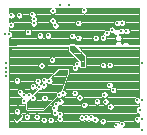
<source format=gbr>
G04 DipTrace 3.3.1.0*
G04 Power-L3.gbr*
%MOMM*%
G04 #@! TF.FileFunction,Copper,L3,Inr*
G04 #@! TF.Part,Single*
G04 #@! TA.AperFunction,Conductor*
%ADD12C,0.0762*%
%ADD13C,0.153*%
%ADD14C,0.3*%
G04 #@! TA.AperFunction,CopperBalancing*
%ADD16C,0.1*%
G04 #@! TA.AperFunction,Conductor*
%ADD17C,0.15*%
G04 #@! TA.AperFunction,ViaPad*
%ADD66C,0.306*%
%FSLAX35Y35*%
G04*
G71*
G90*
G75*
G01*
G04 Inner2*
%LPD*%
X603710Y748663D2*
D17*
X605023Y749977D1*
X413660Y243330D2*
D13*
X424427Y232563D1*
X140000Y140000D2*
D12*
X145000D1*
Y145000D1*
D14*
X165000Y165000D1*
D66*
X711757Y263457D3*
X611000Y844000D3*
X276087Y418913D3*
X235210Y879363D3*
X160000Y1020853D3*
X167953Y370000D3*
X160000Y1020853D3*
X1180000Y221267D3*
X272430Y1029283D3*
X509473Y291960D3*
X944610Y899110D3*
X984263Y89297D3*
X868120Y124183D3*
X804967Y138330D3*
X768527Y155850D3*
X689643Y154980D3*
X728773Y155853D3*
X330620Y414283D3*
X444087Y974937D3*
Y1061433D3*
X284000Y992000D3*
X94917Y1020823D3*
X92337Y940177D3*
X199983Y296187D3*
X367640Y427360D3*
X660050Y955727D3*
X708000Y1064000D3*
X140907Y469397D3*
X197837Y342837D3*
X1028000Y100000D3*
X140993Y208007D3*
X368000Y136000D3*
X426497Y135290D3*
X503887Y146703D3*
X474857Y270850D3*
X991500Y956770D3*
X1026540Y887000D3*
X275690Y320690D3*
X1030723Y957223D3*
X1067580Y886673D3*
X533633Y361273D3*
X496377Y348623D3*
X414940Y463483D3*
X374380Y470620D3*
X316717Y464673D3*
X243603Y343150D3*
X439113Y644403D3*
X466827Y934597D3*
X309133Y161363D3*
X459340Y235660D3*
X925000Y430620D3*
X462007Y197333D3*
X956000Y388000D3*
X505300Y186047D3*
X932000Y248000D3*
X284000Y952000D3*
X603710Y748663D3*
X413660Y243330D3*
X226927Y162927D3*
X383807Y691417D3*
X43017Y859883D3*
X75017D3*
X92507Y736000D3*
X92607Y701477D3*
X90000Y815000D3*
X100000Y785000D3*
X44927Y619730D3*
X150000Y250000D3*
X140000Y140000D3*
X165000Y165000D3*
X487617Y92383D3*
X400000Y595000D3*
Y545000D3*
X45000Y540000D3*
X198047Y398690D3*
X835000Y1045000D3*
X130000Y1070000D3*
X835000Y1005000D3*
X550197Y398883D3*
X95000Y360000D3*
X197947Y492577D3*
X95000Y540000D3*
X350000Y595000D3*
X447473Y497527D3*
X546300Y548837D3*
X249640Y248610D3*
X375243Y319800D3*
X45000Y575000D3*
Y505000D3*
X198003Y547657D3*
X900000Y870000D3*
X870000Y830000D3*
X890000Y290000D3*
X820467Y292110D3*
X809183Y828687D3*
X927847Y600390D3*
X870953Y599147D3*
X881137Y350073D3*
X653350Y608123D3*
X671550Y324427D3*
X630170Y362523D3*
X632153Y577193D3*
X661680Y829730D3*
X585000Y1110000D3*
X505000D3*
X697017Y602090D3*
X403003Y850353D3*
X1200000Y620000D3*
X335140Y850250D3*
X1200000Y300000D3*
X1160000D3*
Y140000D3*
X1200000D3*
Y50000D3*
X76010Y1075333D2*
D16*
X418403D1*
X469760D2*
X681040D1*
X734957D2*
X1173990D1*
X76010Y1065667D2*
X415083D1*
X473080D2*
X678737D1*
X737280D2*
X1173990D1*
X76010Y1056000D2*
X262037D1*
X282827D2*
X415300D1*
X472883D2*
X679830D1*
X736167D2*
X1173990D1*
X76010Y1046333D2*
X81600D1*
X108217D2*
X146647D1*
X173353D2*
X248813D1*
X296050D2*
X419127D1*
X469037D2*
X684870D1*
X731127D2*
X1173990D1*
X119390Y1036667D2*
X135513D1*
X184487D2*
X244087D1*
X300777D2*
X429360D1*
X458823D2*
X699597D1*
X716420D2*
X1173990D1*
X123550Y1027000D2*
X131353D1*
X188647D2*
X243210D1*
X301653D2*
X1173990D1*
X124017Y1017333D2*
X130903D1*
X189097D2*
X245747D1*
X299097D2*
X1173990D1*
X120990Y1007667D2*
X133930D1*
X186070D2*
X253130D1*
X308587D2*
X1173990D1*
X112690Y998000D2*
X142270D1*
X177730D2*
X255320D1*
X312670D2*
X426647D1*
X461517D2*
X1173990D1*
X76010Y988333D2*
X254927D1*
X313080D2*
X418130D1*
X470033D2*
X1173990D1*
X76010Y978667D2*
X258013D1*
X309993D2*
X415007D1*
X473157D2*
X642447D1*
X677650D2*
X972543D1*
X1050230D2*
X1173990D1*
X76010Y969000D2*
X260357D1*
X307650D2*
X415397D1*
X472787D2*
X634030D1*
X686070D2*
X964947D1*
X1057473D2*
X1173990D1*
X114193Y959333D2*
X255650D1*
X312357D2*
X419460D1*
X481617D2*
X630963D1*
X689133D2*
X962290D1*
X1059957D2*
X1173990D1*
X120013Y949667D2*
X254770D1*
X313217D2*
X430300D1*
X491810D2*
X631393D1*
X688707D2*
X963093D1*
X1059017D2*
X1173990D1*
X121653Y940000D2*
X257350D1*
X310657D2*
X438033D1*
X495620D2*
X635493D1*
X684603D2*
X967680D1*
X1054213D2*
X1173990D1*
X119897Y930333D2*
X264770D1*
X303237D2*
X437837D1*
X495813D2*
X646510D1*
X673587D2*
X980337D1*
X1002650D2*
X1020847D1*
X1040600D2*
X1173990D1*
X113860Y920667D2*
X441177D1*
X492473D2*
X925240D1*
X963980D2*
X1173990D1*
X76010Y911000D2*
X450163D1*
X483490D2*
X917917D1*
X971323D2*
X1010513D1*
X1042573D2*
X1052077D1*
X1083080D2*
X1173990D1*
X76010Y901333D2*
X216333D1*
X254077D2*
X915377D1*
X1092807D2*
X1173990D1*
X76010Y891667D2*
X208697D1*
X261713D2*
X880767D1*
X1096460D2*
X1173990D1*
X93707Y882000D2*
X206020D1*
X264407D2*
X873347D1*
X1096517D2*
X1173990D1*
X101460Y872333D2*
X206783D1*
X263647D2*
X316413D1*
X353860D2*
X384147D1*
X421870D2*
X870767D1*
X929233D2*
X934380D1*
X1093003D2*
X1173990D1*
X104193Y862667D2*
X211333D1*
X259077D2*
X308677D1*
X361597D2*
X376510D1*
X429507D2*
X588697D1*
X633293D2*
X871647D1*
X928353D2*
X961607D1*
X1042027D2*
X1051550D1*
X1083607D2*
X1173990D1*
X103490Y853000D2*
X223873D1*
X246557D2*
X305963D1*
X364330D2*
X373813D1*
X432200D2*
X583150D1*
X638860D2*
X644537D1*
X678823D2*
X793657D1*
X824700D2*
X852487D1*
X923647D2*
X975457D1*
X1017513D2*
X1173990D1*
X98997Y843333D2*
X306687D1*
X363607D2*
X374577D1*
X431440D2*
X581687D1*
X687513D2*
X783950D1*
X834427D2*
X844010D1*
X910540D2*
X974010D1*
X1025990D2*
X1173990D1*
X86733Y833667D2*
X311177D1*
X359097D2*
X379127D1*
X426890D2*
X583640D1*
X690717D2*
X780300D1*
X899077D2*
X970923D1*
X1029077D2*
X1173990D1*
X76010Y824000D2*
X323520D1*
X346770D2*
X391627D1*
X414370D2*
X589947D1*
X690423D2*
X780260D1*
X898687D2*
X971313D1*
X1028687D2*
X1173990D1*
X76010Y814333D2*
X636920D1*
X686440D2*
X783777D1*
X834603D2*
X845417D1*
X894583D2*
X975417D1*
X1024583D2*
X1173990D1*
X76010Y804667D2*
X647487D1*
X675873D2*
X793190D1*
X825190D2*
X856333D1*
X883667D2*
X986333D1*
X1013667D2*
X1173990D1*
X76010Y795000D2*
X978950D1*
X1021050D2*
X1045690D1*
X1074310D2*
X1173990D1*
X76010Y785333D2*
X972623D1*
X1027377D2*
X1035180D1*
X1084820D2*
X1173990D1*
X76010Y775667D2*
X572270D1*
X638743D2*
X970690D1*
X1088743D2*
X1173990D1*
X103250Y857660D2*
X102553Y853273D1*
X101180Y849047D1*
X99163Y845087D1*
X96550Y841490D1*
X93410Y838350D1*
X89813Y835737D1*
X85853Y833720D1*
X81627Y832347D1*
X77240Y831650D1*
X75007Y831563D1*
X75000Y770020D1*
X128810Y770000D1*
X138453Y774757D1*
X140000Y775000D1*
X572987D1*
X573900Y776803D1*
X575793Y779207D1*
X578197Y781100D1*
X580977Y782383D1*
X583980Y782980D1*
X625000Y783020D1*
X628040Y782660D1*
X630910Y781600D1*
X633457Y779900D1*
X638420Y774993D1*
X971700Y775000D1*
X972030Y779430D1*
X973067Y783750D1*
X974767Y787857D1*
X977090Y791647D1*
X979973Y795027D1*
X983353Y797910D1*
X987143Y800233D1*
X991250Y801933D1*
X993247Y802497D1*
X989163Y803837D1*
X985203Y805853D1*
X981607Y808467D1*
X978467Y811607D1*
X975853Y815203D1*
X973837Y819163D1*
X972463Y823390D1*
X971767Y827777D1*
Y832223D1*
X972463Y836610D1*
X973837Y840837D1*
X975853Y844797D1*
X978467Y848393D1*
X981607Y851533D1*
X981997Y851840D1*
X978390Y852463D1*
X974163Y853837D1*
X970203Y855853D1*
X966607Y858467D1*
X963467Y861607D1*
X960853Y865203D1*
X958837Y869163D1*
X957463Y873390D1*
X957377Y873823D1*
X953360Y872177D1*
X949040Y871140D1*
X944610Y870790D1*
X940180Y871140D1*
X935860Y872177D1*
X931753Y873877D1*
X927963Y876200D1*
X927560Y876517D1*
X928233Y872223D1*
Y867777D1*
X927537Y863390D1*
X926163Y859163D1*
X924147Y855203D1*
X921533Y851607D1*
X918393Y848467D1*
X914797Y845853D1*
X910837Y843837D1*
X906610Y842463D1*
X902223Y841767D1*
X897777D1*
X895647Y842020D1*
X896933Y838750D1*
X897970Y834430D1*
X898320Y830000D1*
X897970Y825570D1*
X896933Y821250D1*
X895233Y817143D1*
X892910Y813353D1*
X890027Y809973D1*
X886647Y807090D1*
X882857Y804767D1*
X878750Y803067D1*
X874430Y802030D1*
X870000Y801680D1*
X865570Y802030D1*
X861250Y803067D1*
X857143Y804767D1*
X853353Y807090D1*
X849973Y809973D1*
X847090Y813353D1*
X844767Y817143D1*
X843067Y821250D1*
X842030Y825570D1*
X841680Y830000D1*
X842030Y834430D1*
X843067Y838750D1*
X844767Y842857D1*
X847090Y846647D1*
X849973Y850027D1*
X853353Y852910D1*
X857143Y855233D1*
X861250Y856933D1*
X865570Y857970D1*
X870000Y858320D1*
X874353Y857980D1*
X873067Y861250D1*
X872030Y865570D1*
X871680Y870000D1*
X872030Y874430D1*
X873067Y878750D1*
X874767Y882857D1*
X877090Y886647D1*
X879973Y890027D1*
X883353Y892910D1*
X887143Y895233D1*
X891250Y896933D1*
X895570Y897970D1*
X900000Y898320D1*
X904430Y897970D1*
X908750Y896933D1*
X912857Y895233D1*
X916647Y892910D1*
X917050Y892593D1*
X916377Y896887D1*
Y901333D1*
X917073Y905720D1*
X918447Y909947D1*
X920463Y913907D1*
X923077Y917503D1*
X926217Y920643D1*
X929813Y923257D1*
X933773Y925273D1*
X938000Y926647D1*
X942387Y927343D1*
X946833D1*
X951220Y926647D1*
X955447Y925273D1*
X959407Y923257D1*
X963003Y920643D1*
X966143Y917503D1*
X968757Y913907D1*
X970773Y909947D1*
X972147Y905720D1*
X972233Y905287D1*
X976250Y906933D1*
X980570Y907970D1*
X985000Y908320D1*
X989430Y907970D1*
X993750Y906933D1*
X997857Y905233D1*
X1001647Y902910D1*
X1002607Y902153D1*
X1005007Y905393D1*
X1008147Y908533D1*
X1011743Y911147D1*
X1015703Y913163D1*
X1019930Y914537D1*
X1024317Y915233D1*
X1028763D1*
X1033150Y914537D1*
X1037377Y913163D1*
X1041337Y911147D1*
X1044933Y908533D1*
X1047197Y906343D1*
X1050933Y909583D1*
X1054723Y911907D1*
X1058830Y913607D1*
X1063150Y914643D1*
X1067580Y914993D1*
X1072010Y914643D1*
X1076330Y913607D1*
X1080437Y911907D1*
X1084227Y909583D1*
X1087607Y906700D1*
X1090490Y903320D1*
X1092813Y899530D1*
X1094513Y895423D1*
X1095550Y891103D1*
X1095900Y886673D1*
X1095550Y882243D1*
X1094513Y877923D1*
X1092813Y873817D1*
X1090490Y870027D1*
X1087607Y866647D1*
X1084227Y863763D1*
X1080437Y861440D1*
X1076330Y859740D1*
X1072010Y858703D1*
X1067580Y858353D1*
X1063150Y858703D1*
X1058830Y859740D1*
X1054723Y861440D1*
X1050933Y863763D1*
X1047553Y866647D1*
X1046923Y867330D1*
X1043187Y864090D1*
X1039397Y861767D1*
X1035290Y860067D1*
X1030970Y859030D1*
X1026540Y858680D1*
X1022110Y859030D1*
X1017790Y860067D1*
X1013683Y861767D1*
X1009893Y864090D1*
X1008933Y864847D1*
X1006533Y861607D1*
X1003393Y858467D1*
X1003003Y858160D1*
X1006610Y857537D1*
X1010837Y856163D1*
X1014797Y854147D1*
X1018393Y851533D1*
X1021533Y848393D1*
X1024147Y844797D1*
X1026163Y840837D1*
X1027537Y836610D1*
X1028233Y832223D1*
Y827777D1*
X1027537Y823390D1*
X1026163Y819163D1*
X1024147Y815203D1*
X1021533Y811607D1*
X1018393Y808467D1*
X1014797Y805853D1*
X1010837Y803837D1*
X1006753Y802503D1*
X1010837Y801163D1*
X1014797Y799147D1*
X1018393Y796533D1*
X1021533Y793393D1*
X1024147Y789797D1*
X1026163Y785837D1*
X1027537Y781610D1*
X1028233Y777223D1*
X1028320Y775010D1*
X1032130Y775000D1*
X1033067Y778750D1*
X1034767Y782857D1*
X1037090Y786647D1*
X1039973Y790027D1*
X1043353Y792910D1*
X1047143Y795233D1*
X1051250Y796933D1*
X1055570Y797970D1*
X1060000Y798320D1*
X1064430Y797970D1*
X1068750Y796933D1*
X1072857Y795233D1*
X1076647Y792910D1*
X1080027Y790027D1*
X1082910Y786647D1*
X1085233Y782857D1*
X1086933Y778750D1*
X1087857Y775000D1*
X1174980D1*
X1175000Y1084980D1*
X727013Y1085000D1*
X729533Y1082393D1*
X732147Y1078797D1*
X734163Y1074837D1*
X735537Y1070610D1*
X736233Y1066223D1*
Y1061777D1*
X735537Y1057390D1*
X734163Y1053163D1*
X732147Y1049203D1*
X729533Y1045607D1*
X726393Y1042467D1*
X722797Y1039853D1*
X718837Y1037837D1*
X714610Y1036463D1*
X710223Y1035767D1*
X705777D1*
X701390Y1036463D1*
X697163Y1037837D1*
X693203Y1039853D1*
X689607Y1042467D1*
X686467Y1045607D1*
X683853Y1049203D1*
X681837Y1053163D1*
X680463Y1057390D1*
X679767Y1061777D1*
Y1066223D1*
X680463Y1070610D1*
X681837Y1074837D1*
X683853Y1078797D1*
X686467Y1082393D1*
X689027Y1084997D1*
X598300Y1085000D1*
X595837Y1083837D1*
X591610Y1082463D1*
X587223Y1081767D1*
X582777D1*
X578390Y1082463D1*
X574163Y1083837D1*
X571727Y1085000D1*
X518300D1*
X515837Y1083837D1*
X511610Y1082463D1*
X507223Y1081767D1*
X502777D1*
X498390Y1082463D1*
X494163Y1083837D1*
X491727Y1085000D1*
X459787D1*
X462480Y1082967D1*
X465620Y1079827D1*
X468233Y1076230D1*
X470250Y1072270D1*
X471623Y1068043D1*
X472320Y1063657D1*
Y1059210D1*
X471623Y1054823D1*
X470250Y1050597D1*
X468233Y1046637D1*
X465620Y1043040D1*
X462480Y1039900D1*
X458883Y1037287D1*
X454923Y1035270D1*
X450697Y1033897D1*
X446310Y1033200D1*
X441863D1*
X437477Y1033897D1*
X433250Y1035270D1*
X429290Y1037287D1*
X425693Y1039900D1*
X422553Y1043040D1*
X419940Y1046637D1*
X417923Y1050597D1*
X416550Y1054823D1*
X415853Y1059210D1*
Y1063657D1*
X416550Y1068043D1*
X417923Y1072270D1*
X419940Y1076230D1*
X422553Y1079827D1*
X425693Y1082967D1*
X428417Y1084997D1*
X75020Y1085000D1*
X75000Y1040957D1*
X78270Y1043733D1*
X82060Y1046057D1*
X86167Y1047757D1*
X90487Y1048793D1*
X94917Y1049143D1*
X99347Y1048793D1*
X103667Y1047757D1*
X107773Y1046057D1*
X111563Y1043733D1*
X114943Y1040850D1*
X117827Y1037470D1*
X120150Y1033680D1*
X121850Y1029573D1*
X122887Y1025253D1*
X123237Y1020823D1*
X122887Y1016393D1*
X121850Y1012073D1*
X120150Y1007967D1*
X117827Y1004177D1*
X114943Y1000797D1*
X111563Y997913D1*
X107773Y995590D1*
X103667Y993890D1*
X99347Y992853D1*
X94917Y992503D1*
X90487Y992853D1*
X86167Y993890D1*
X82060Y995590D1*
X78270Y997913D1*
X75000Y1000697D1*
Y962560D1*
X77540Y964323D1*
X81500Y966340D1*
X85727Y967713D1*
X90113Y968410D1*
X94560D1*
X98947Y967713D1*
X103173Y966340D1*
X107133Y964323D1*
X110730Y961710D1*
X113870Y958570D1*
X116483Y954973D1*
X118500Y951013D1*
X119873Y946787D1*
X120570Y942400D1*
Y937953D1*
X119873Y933567D1*
X118500Y929340D1*
X116483Y925380D1*
X113870Y921783D1*
X110730Y918643D1*
X107133Y916030D1*
X103173Y914013D1*
X98947Y912640D1*
X94560Y911943D1*
X90113D1*
X85727Y912640D1*
X81500Y914013D1*
X77540Y916030D1*
X75000Y917810D1*
X75017Y888203D1*
X79447Y887853D1*
X83767Y886817D1*
X87873Y885117D1*
X91663Y882793D1*
X95043Y879910D1*
X97927Y876530D1*
X100250Y872740D1*
X101950Y868633D1*
X102987Y864313D1*
X103337Y859883D1*
X103250Y857660D1*
X837417Y826463D2*
X836720Y822077D1*
X835347Y817850D1*
X833330Y813890D1*
X830717Y810293D1*
X827577Y807153D1*
X823980Y804540D1*
X820020Y802523D1*
X815793Y801150D1*
X811407Y800453D1*
X806960D1*
X802573Y801150D1*
X798347Y802523D1*
X794387Y804540D1*
X790790Y807153D1*
X787650Y810293D1*
X785037Y813890D1*
X783020Y817850D1*
X781647Y822077D1*
X780950Y826463D1*
Y830910D1*
X781647Y835297D1*
X783020Y839523D1*
X785037Y843483D1*
X787650Y847080D1*
X790790Y850220D1*
X794387Y852833D1*
X798347Y854850D1*
X802573Y856223D1*
X806960Y856920D1*
X811407D1*
X815793Y856223D1*
X820020Y854850D1*
X823980Y852833D1*
X827577Y850220D1*
X830717Y847080D1*
X833330Y843483D1*
X835347Y839523D1*
X836720Y835297D1*
X837417Y830910D1*
Y826463D1*
X689913Y827507D2*
X689217Y823120D1*
X687843Y818893D1*
X685827Y814933D1*
X683213Y811337D1*
X680073Y808197D1*
X676477Y805583D1*
X672517Y803567D1*
X668290Y802193D1*
X663903Y801497D1*
X659457D1*
X655070Y802193D1*
X650843Y803567D1*
X646883Y805583D1*
X643287Y808197D1*
X640147Y811337D1*
X637533Y814933D1*
X635517Y818893D1*
X634143Y823120D1*
X633527Y826843D1*
X631027Y823973D1*
X627647Y821090D1*
X623857Y818767D1*
X619750Y817067D1*
X615430Y816030D1*
X611000Y815680D1*
X606570Y816030D1*
X602250Y817067D1*
X598143Y818767D1*
X594353Y821090D1*
X590973Y823973D1*
X588090Y827353D1*
X585767Y831143D1*
X584067Y835250D1*
X583030Y839570D1*
X582680Y844000D1*
X583030Y848430D1*
X584067Y852750D1*
X585767Y856857D1*
X588090Y860647D1*
X590973Y864027D1*
X594353Y866910D1*
X598143Y869233D1*
X602250Y870933D1*
X606570Y871970D1*
X611000Y872320D1*
X615430Y871970D1*
X619750Y870933D1*
X623857Y869233D1*
X627647Y866910D1*
X631027Y864027D1*
X633910Y860647D1*
X636233Y856857D1*
X637933Y852750D1*
X638970Y848430D1*
X639153Y846887D1*
X641653Y849757D1*
X645033Y852640D1*
X648823Y854963D1*
X652930Y856663D1*
X657250Y857700D1*
X661680Y858050D1*
X666110Y857700D1*
X670430Y856663D1*
X674537Y854963D1*
X678327Y852640D1*
X681707Y849757D1*
X684590Y846377D1*
X686913Y842587D1*
X688613Y838480D1*
X689650Y834160D1*
X690000Y829730D1*
X689913Y827507D1*
X431237Y848130D2*
X430540Y843743D1*
X429167Y839517D1*
X427150Y835557D1*
X424537Y831960D1*
X421397Y828820D1*
X417800Y826207D1*
X413840Y824190D1*
X409613Y822817D1*
X405227Y822120D1*
X400780D1*
X396393Y822817D1*
X392167Y824190D1*
X388207Y826207D1*
X384610Y828820D1*
X381470Y831960D1*
X378857Y835557D1*
X376840Y839517D1*
X375467Y843743D1*
X374770Y848130D1*
Y852577D1*
X375467Y856963D1*
X376840Y861190D1*
X378857Y865150D1*
X381470Y868747D1*
X384610Y871887D1*
X388207Y874500D1*
X392167Y876517D1*
X396393Y877890D1*
X400780Y878587D1*
X405227D1*
X409613Y877890D1*
X413840Y876517D1*
X417800Y874500D1*
X421397Y871887D1*
X424537Y868747D1*
X427150Y865150D1*
X429167Y861190D1*
X430540Y856963D1*
X431237Y852577D1*
Y848130D1*
X363373Y848027D2*
X362677Y843640D1*
X361303Y839413D1*
X359287Y835453D1*
X356673Y831857D1*
X353533Y828717D1*
X349937Y826103D1*
X345977Y824087D1*
X341750Y822713D1*
X337363Y822017D1*
X332917D1*
X328530Y822713D1*
X324303Y824087D1*
X320343Y826103D1*
X316747Y828717D1*
X313607Y831857D1*
X310993Y835453D1*
X308977Y839413D1*
X307603Y843640D1*
X306907Y848027D1*
Y852473D1*
X307603Y856860D1*
X308977Y861087D1*
X310993Y865047D1*
X313607Y868643D1*
X316747Y871783D1*
X320343Y874397D1*
X324303Y876413D1*
X328530Y877787D1*
X332917Y878483D1*
X337363D1*
X341750Y877787D1*
X345977Y876413D1*
X349937Y874397D1*
X353533Y871783D1*
X356673Y868643D1*
X359287Y865047D1*
X361303Y861087D1*
X362677Y856860D1*
X363373Y852473D1*
Y848027D1*
X263443Y877140D2*
X262747Y872753D1*
X261373Y868527D1*
X259357Y864567D1*
X256743Y860970D1*
X253603Y857830D1*
X250007Y855217D1*
X246047Y853200D1*
X241820Y851827D1*
X237433Y851130D1*
X232987D1*
X228600Y851827D1*
X224373Y853200D1*
X220413Y855217D1*
X216817Y857830D1*
X213677Y860970D1*
X211063Y864567D1*
X209047Y868527D1*
X207673Y872753D1*
X206977Y877140D1*
Y881587D1*
X207673Y885973D1*
X209047Y890200D1*
X211063Y894160D1*
X213677Y897757D1*
X216817Y900897D1*
X220413Y903510D1*
X224373Y905527D1*
X228600Y906900D1*
X232987Y907597D1*
X237433D1*
X241820Y906900D1*
X246047Y905527D1*
X250007Y903510D1*
X253603Y900897D1*
X256743Y897757D1*
X259357Y894160D1*
X261373Y890200D1*
X262747Y885973D1*
X263443Y881587D1*
Y877140D1*
X188233Y1018630D2*
X187537Y1014243D1*
X186163Y1010017D1*
X184147Y1006057D1*
X181533Y1002460D1*
X178393Y999320D1*
X174797Y996707D1*
X170837Y994690D1*
X166610Y993317D1*
X162223Y992620D1*
X157777D1*
X153390Y993317D1*
X149163Y994690D1*
X145203Y996707D1*
X141607Y999320D1*
X138467Y1002460D1*
X135853Y1006057D1*
X133837Y1010017D1*
X132463Y1014243D1*
X131767Y1018630D1*
Y1023077D1*
X132463Y1027463D1*
X133837Y1031690D1*
X135853Y1035650D1*
X138467Y1039247D1*
X141607Y1042387D1*
X145203Y1045000D1*
X149163Y1047017D1*
X153390Y1048390D1*
X157777Y1049087D1*
X162223D1*
X166610Y1048390D1*
X170837Y1047017D1*
X174797Y1045000D1*
X178393Y1042387D1*
X181533Y1039247D1*
X184147Y1035650D1*
X186163Y1031690D1*
X187537Y1027463D1*
X188233Y1023077D1*
Y1018630D1*
X187537Y1014243D1*
X186163Y1010017D1*
X184147Y1006057D1*
X181533Y1002460D1*
X178393Y999320D1*
X174797Y996707D1*
X170837Y994690D1*
X166610Y993317D1*
X162223Y992620D1*
X157777D1*
X153390Y993317D1*
X149163Y994690D1*
X145203Y996707D1*
X141607Y999320D1*
X138467Y1002460D1*
X135853Y1006057D1*
X133837Y1010017D1*
X132463Y1014243D1*
X131767Y1018630D1*
Y1023077D1*
X132463Y1027463D1*
X133837Y1031690D1*
X135853Y1035650D1*
X138467Y1039247D1*
X141607Y1042387D1*
X145203Y1045000D1*
X149163Y1047017D1*
X153390Y1048390D1*
X157777Y1049087D1*
X162223D1*
X166610Y1048390D1*
X170837Y1047017D1*
X174797Y1045000D1*
X178393Y1042387D1*
X181533Y1039247D1*
X184147Y1035650D1*
X186163Y1031690D1*
X187537Y1027463D1*
X188233Y1023077D1*
Y1018630D1*
X300663Y1027060D2*
X299967Y1022673D1*
X298593Y1018447D1*
X297807Y1016733D1*
X300647Y1014910D1*
X304027Y1012027D1*
X306910Y1008647D1*
X309233Y1004857D1*
X310933Y1000750D1*
X311970Y996430D1*
X312320Y992000D1*
X311970Y987570D1*
X310933Y983250D1*
X309233Y979143D1*
X306910Y975353D1*
X304053Y972007D1*
X306910Y968647D1*
X309233Y964857D1*
X310933Y960750D1*
X311970Y956430D1*
X312320Y952000D1*
X311970Y947570D1*
X310933Y943250D1*
X309233Y939143D1*
X306910Y935353D1*
X304027Y931973D1*
X300647Y929090D1*
X296857Y926767D1*
X292750Y925067D1*
X288430Y924030D1*
X284000Y923680D1*
X279570Y924030D1*
X275250Y925067D1*
X271143Y926767D1*
X267353Y929090D1*
X263973Y931973D1*
X261090Y935353D1*
X258767Y939143D1*
X257067Y943250D1*
X256030Y947570D1*
X255680Y952000D1*
X256030Y956430D1*
X257067Y960750D1*
X258767Y964857D1*
X261090Y968647D1*
X263947Y971993D1*
X261090Y975353D1*
X258767Y979143D1*
X257067Y983250D1*
X256030Y987570D1*
X255680Y992000D1*
X256030Y996430D1*
X257067Y1000750D1*
X258623Y1004550D1*
X255783Y1006373D1*
X252403Y1009257D1*
X249520Y1012637D1*
X247197Y1016427D1*
X245497Y1020533D1*
X244460Y1024853D1*
X244110Y1029283D1*
X244460Y1033713D1*
X245497Y1038033D1*
X247197Y1042140D1*
X249520Y1045930D1*
X252403Y1049310D1*
X255783Y1052193D1*
X259573Y1054517D1*
X263680Y1056217D1*
X268000Y1057253D1*
X272430Y1057603D1*
X276860Y1057253D1*
X281180Y1056217D1*
X285287Y1054517D1*
X289077Y1052193D1*
X292457Y1049310D1*
X295340Y1045930D1*
X297663Y1042140D1*
X299363Y1038033D1*
X300400Y1033713D1*
X300750Y1029283D1*
X300663Y1027060D1*
X472320Y972713D2*
X471623Y968327D1*
X470250Y964100D1*
X469643Y962783D1*
X473437Y962133D1*
X477663Y960760D1*
X481623Y958743D1*
X485220Y956130D1*
X488360Y952990D1*
X490973Y949393D1*
X492990Y945433D1*
X494363Y941207D1*
X495060Y936820D1*
Y932373D1*
X494363Y927987D1*
X492990Y923760D1*
X490973Y919800D1*
X488360Y916203D1*
X485220Y913063D1*
X481623Y910450D1*
X477663Y908433D1*
X473437Y907060D1*
X469050Y906363D1*
X464603D1*
X460217Y907060D1*
X455990Y908433D1*
X452030Y910450D1*
X448433Y913063D1*
X445293Y916203D1*
X442680Y919800D1*
X440663Y923760D1*
X439290Y927987D1*
X438593Y932373D1*
Y936820D1*
X439290Y941207D1*
X440663Y945433D1*
X441270Y946750D1*
X437477Y947400D1*
X433250Y948773D1*
X429290Y950790D1*
X425693Y953403D1*
X422553Y956543D1*
X419940Y960140D1*
X417923Y964100D1*
X416550Y968327D1*
X415853Y972713D1*
Y977160D1*
X416550Y981547D1*
X417923Y985773D1*
X419940Y989733D1*
X422553Y993330D1*
X425693Y996470D1*
X429290Y999083D1*
X433250Y1001100D1*
X437477Y1002473D1*
X441863Y1003170D1*
X446310D1*
X450697Y1002473D1*
X454923Y1001100D1*
X458883Y999083D1*
X462480Y996470D1*
X465620Y993330D1*
X468233Y989733D1*
X470250Y985773D1*
X471623Y981547D1*
X472320Y977160D1*
Y972713D1*
X688283Y953503D2*
X687587Y949117D1*
X686213Y944890D1*
X684197Y940930D1*
X681583Y937333D1*
X678443Y934193D1*
X674847Y931580D1*
X670887Y929563D1*
X666660Y928190D1*
X662273Y927493D1*
X657827D1*
X653440Y928190D1*
X649213Y929563D1*
X645253Y931580D1*
X641657Y934193D1*
X638517Y937333D1*
X635903Y940930D1*
X633887Y944890D1*
X632513Y949117D1*
X631817Y953503D1*
Y957950D1*
X632513Y962337D1*
X633887Y966563D1*
X635903Y970523D1*
X638517Y974120D1*
X641657Y977260D1*
X645253Y979873D1*
X649213Y981890D1*
X653440Y983263D1*
X657827Y983960D1*
X662273D1*
X666660Y983263D1*
X670887Y981890D1*
X674847Y979873D1*
X678443Y977260D1*
X681583Y974120D1*
X684197Y970523D1*
X686213Y966563D1*
X687587Y962337D1*
X688283Y957950D1*
Y953503D1*
X1011340Y936573D2*
X1008147Y933860D1*
X1004357Y931537D1*
X1000250Y929837D1*
X995930Y928800D1*
X991500Y928450D1*
X987070Y928800D1*
X982750Y929837D1*
X978643Y931537D1*
X974853Y933860D1*
X971473Y936743D1*
X968590Y940123D1*
X966267Y943913D1*
X964567Y948020D1*
X963530Y952340D1*
X963180Y956770D1*
X963530Y961200D1*
X964567Y965520D1*
X966267Y969627D1*
X968590Y973417D1*
X971473Y976797D1*
X974853Y979680D1*
X978643Y982003D1*
X982750Y983703D1*
X987070Y984740D1*
X991500Y985090D1*
X995930Y984740D1*
X1000250Y983703D1*
X1004357Y982003D1*
X1008147Y979680D1*
X1010857Y977413D1*
X1014077Y980133D1*
X1017867Y982457D1*
X1021973Y984157D1*
X1026293Y985193D1*
X1030723Y985543D1*
X1035153Y985193D1*
X1039473Y984157D1*
X1043580Y982457D1*
X1047370Y980133D1*
X1050750Y977250D1*
X1053633Y973870D1*
X1055957Y970080D1*
X1057657Y965973D1*
X1058693Y961653D1*
X1059043Y957223D1*
X1058693Y952793D1*
X1057657Y948473D1*
X1055957Y944367D1*
X1053633Y940577D1*
X1050750Y937197D1*
X1047370Y934313D1*
X1043580Y931990D1*
X1039473Y930290D1*
X1035153Y929253D1*
X1030723Y928903D1*
X1026293Y929253D1*
X1021973Y930290D1*
X1017867Y931990D1*
X1014077Y934313D1*
X1011367Y936580D1*
X488607Y550333D2*
X563990D1*
X479117Y540667D2*
X563990D1*
X469623Y531000D2*
X562390D1*
X460130Y521333D2*
X559167D1*
X450640Y511667D2*
X555943D1*
X441147Y502000D2*
X552720D1*
X431653Y492333D2*
X549497D1*
X436770Y482667D2*
X546277D1*
X442610Y473000D2*
X543073D1*
X444253Y463333D2*
X539850D1*
X442513Y453667D2*
X536627D1*
X436497Y444000D2*
X533403D1*
X396087Y434333D2*
X530180D1*
X396830Y424667D2*
X526960D1*
X394117Y415000D2*
X523737D1*
X386440Y405333D2*
X520513D1*
X352963Y395667D2*
X517290D1*
X333060Y386000D2*
X512937D1*
X317767Y376333D2*
X489537D1*
X308277Y366667D2*
X473540D1*
X298783Y357000D2*
X468327D1*
X289290Y347333D2*
X367623D1*
X382867D2*
X467097D1*
X299350Y337667D2*
X352270D1*
X398217D2*
X464597D1*
X304057Y328000D2*
X347133D1*
X403353D2*
X454927D1*
X304917Y318333D2*
X345963D1*
X404527D2*
X445260D1*
X302337Y308667D2*
X348210D1*
X402280D2*
X435593D1*
X241850Y299000D2*
X256490D1*
X294897D2*
X355027D1*
X395463D2*
X425923D1*
X232357Y289333D2*
X416257D1*
X231010Y279667D2*
X406587D1*
X231010Y270000D2*
X396920D1*
X231010Y260333D2*
X387270D1*
X231010Y250667D2*
X377603D1*
X231010Y241000D2*
X367937D1*
X231010Y231333D2*
X358267D1*
X403477Y317577D2*
X402780Y313190D1*
X401407Y308963D1*
X399390Y305003D1*
X396777Y301407D1*
X393637Y298267D1*
X390040Y295653D1*
X386080Y293637D1*
X381853Y292263D1*
X377467Y291567D1*
X373020D1*
X368633Y292263D1*
X364407Y293637D1*
X360447Y295653D1*
X356850Y298267D1*
X353710Y301407D1*
X351097Y305003D1*
X349080Y308963D1*
X347707Y313190D1*
X347010Y317577D1*
Y322023D1*
X347707Y326410D1*
X349080Y330637D1*
X351097Y334597D1*
X353710Y338193D1*
X356850Y341333D1*
X360447Y343947D1*
X364407Y345963D1*
X368633Y347337D1*
X373020Y348033D1*
X377467D1*
X381853Y347337D1*
X386080Y345963D1*
X390040Y343947D1*
X393637Y341333D1*
X396777Y338193D1*
X399390Y334597D1*
X401407Y330637D1*
X402780Y326410D1*
X403477Y322023D1*
Y317577D1*
X355923Y401577D2*
X353530Y397637D1*
X350647Y394257D1*
X347267Y391373D1*
X343477Y389050D1*
X339370Y387350D1*
X335050Y386313D1*
X330620Y385963D1*
X326527Y386273D1*
X287447Y346467D1*
X290487Y344837D1*
X294083Y342223D1*
X297223Y339083D1*
X299837Y335487D1*
X301853Y331527D1*
X303227Y327300D1*
X303923Y322913D1*
Y318467D1*
X303227Y314080D1*
X301853Y309853D1*
X299837Y305893D1*
X297223Y302297D1*
X294083Y299157D1*
X290487Y296543D1*
X286527Y294527D1*
X282300Y293153D1*
X277913Y292457D1*
X273467D1*
X269080Y293153D1*
X264853Y294527D1*
X260893Y296543D1*
X257297Y299157D1*
X254157Y302297D1*
X251543Y305893D1*
X250153Y308487D1*
X230003Y287960D1*
X230000Y230020D1*
X357910Y230000D1*
X469063Y341133D1*
X468407Y344193D1*
X468057Y348623D1*
X468407Y353053D1*
X469443Y357373D1*
X471143Y361480D1*
X473467Y365270D1*
X476350Y368650D1*
X479730Y371533D1*
X483520Y373857D1*
X487627Y375557D1*
X491947Y376593D1*
X496377Y376943D1*
X500807Y376593D1*
X503850Y375917D1*
X515630Y387700D1*
X565000Y535807D1*
Y559980D1*
X497090Y560000D1*
X427347Y488957D1*
X431587Y486393D1*
X434967Y483510D1*
X437850Y480130D1*
X440173Y476340D1*
X441873Y472233D1*
X442910Y467913D1*
X443260Y463483D1*
X442910Y459053D1*
X441873Y454733D1*
X440173Y450627D1*
X437850Y446837D1*
X434967Y443457D1*
X431587Y440573D1*
X427797Y438250D1*
X423690Y436550D1*
X419370Y435513D1*
X414940Y435163D1*
X410510Y435513D1*
X406190Y436550D1*
X402083Y438250D1*
X398293Y440573D1*
X394913Y443457D1*
X392030Y446837D1*
X391310Y447913D1*
X388747Y446230D1*
X390550Y444007D1*
X392873Y440217D1*
X394573Y436110D1*
X395610Y431790D1*
X395960Y427360D1*
X395610Y422930D1*
X394573Y418610D1*
X392873Y414503D1*
X390550Y410713D1*
X387667Y407333D1*
X384287Y404450D1*
X380497Y402127D1*
X376390Y400427D1*
X372070Y399390D1*
X367640Y399040D1*
X363210Y399390D1*
X358890Y400427D1*
X355943Y401593D1*
X76010Y740333D2*
X570983D1*
X674077D2*
X1173990D1*
X76010Y730667D2*
X570983D1*
X683743D2*
X1173990D1*
X76010Y721000D2*
X571607D1*
X693413D2*
X1173990D1*
X76010Y711333D2*
X579243D1*
X703080D2*
X1173990D1*
X76010Y701667D2*
X588913D1*
X712747D2*
X1173990D1*
X76010Y692000D2*
X598580D1*
X722417D2*
X1173990D1*
X76010Y682333D2*
X608247D1*
X728803D2*
X1173990D1*
X76010Y672667D2*
X436313D1*
X441903D2*
X617917D1*
X729017D2*
X1173990D1*
X76010Y663000D2*
X416763D1*
X461480D2*
X627583D1*
X729017D2*
X1173990D1*
X76010Y653333D2*
X411237D1*
X466987D2*
X637253D1*
X729017D2*
X1173990D1*
X76010Y643667D2*
X409810D1*
X468430D2*
X646920D1*
X729017D2*
X1173990D1*
X76010Y634000D2*
X411763D1*
X466460D2*
X640847D1*
X729017D2*
X1173990D1*
X76010Y624333D2*
X418130D1*
X460093D2*
X629127D1*
X729017D2*
X856997D1*
X884897D2*
X911723D1*
X943980D2*
X1171020D1*
X76010Y614667D2*
X328620D1*
X371380D2*
X624790D1*
X729017D2*
X846257D1*
X895640D2*
X902390D1*
X953313D2*
X1171177D1*
X76010Y605000D2*
X322507D1*
X377493D2*
X624207D1*
X729017D2*
X842253D1*
X956790D2*
X1173990D1*
X76010Y595333D2*
X320690D1*
X379310D2*
X609400D1*
X729017D2*
X841900D1*
X956713D2*
X1173990D1*
X76010Y585667D2*
X322270D1*
X377730D2*
X604127D1*
X729017D2*
X845043D1*
X896870D2*
X902663D1*
X953040D2*
X1173990D1*
X76010Y576000D2*
X327993D1*
X372007D2*
X487037D1*
X577963D2*
X602857D1*
X661440D2*
X669597D1*
X725403D2*
X853640D1*
X888277D2*
X912447D1*
X943237D2*
X1173990D1*
X76010Y566333D2*
X477057D1*
X583960D2*
X605007D1*
X659310D2*
X1173990D1*
X76010Y556667D2*
X467563D1*
X584017D2*
X611647D1*
X652670D2*
X1173990D1*
X76010Y547000D2*
X458073D1*
X584017D2*
X1173990D1*
X76010Y537333D2*
X448580D1*
X584017D2*
X1173990D1*
X76010Y527667D2*
X439107D1*
X582280D2*
X1173990D1*
X76010Y518000D2*
X426900D1*
X579057D2*
X1173990D1*
X76010Y508333D2*
X420123D1*
X575833D2*
X1173990D1*
X76010Y498667D2*
X369460D1*
X379303D2*
X410630D1*
X572610D2*
X1173990D1*
X76010Y489000D2*
X119460D1*
X162337D2*
X301217D1*
X332220D2*
X351843D1*
X569390D2*
X1173990D1*
X76010Y479333D2*
X113383D1*
X168430D2*
X291490D1*
X566167D2*
X1173990D1*
X76010Y469667D2*
X111587D1*
X170230D2*
X287837D1*
X562943D2*
X1173990D1*
X76010Y460000D2*
X113190D1*
X168627D2*
X287780D1*
X559720D2*
X1173990D1*
X76010Y450333D2*
X118970D1*
X162847D2*
X291293D1*
X342143D2*
X350083D1*
X556497D2*
X903657D1*
X946343D2*
X1173990D1*
X76010Y440667D2*
X256960D1*
X295230D2*
X300690D1*
X553277D2*
X897527D1*
X952473D2*
X1173990D1*
X76010Y431000D2*
X249480D1*
X550053D2*
X895690D1*
X954310D2*
X1173990D1*
X76010Y421333D2*
X246860D1*
X546830D2*
X897253D1*
X952747D2*
X1173990D1*
X76010Y411667D2*
X247700D1*
X543607D2*
X902957D1*
X972553D2*
X1173990D1*
X76010Y402000D2*
X252370D1*
X540383D2*
X930377D1*
X981617D2*
X1173990D1*
X76010Y392333D2*
X149537D1*
X186360D2*
X265320D1*
X286870D2*
X306217D1*
X537163D2*
X927017D1*
X984993D2*
X1173990D1*
X76010Y382667D2*
X141627D1*
X194290D2*
X296743D1*
X553197D2*
X609263D1*
X651070D2*
X927193D1*
X984820D2*
X1173990D1*
X76010Y373000D2*
X138793D1*
X197123D2*
X287253D1*
X560403D2*
X602857D1*
X657473D2*
X863503D1*
X898763D2*
X930983D1*
X981030D2*
X1173990D1*
X76010Y363333D2*
X139420D1*
X264467D2*
X277760D1*
X562883D2*
X600867D1*
X659487D2*
X855103D1*
X907163D2*
X941080D1*
X970913D2*
X1173990D1*
X76010Y353667D2*
X143813D1*
X561907D2*
X602270D1*
X658060D2*
X852037D1*
X910230D2*
X1173990D1*
X76010Y344000D2*
X155730D1*
X557083D2*
X607740D1*
X693020D2*
X852467D1*
X909800D2*
X1173990D1*
X76010Y334333D2*
X169830D1*
X543373D2*
X626450D1*
X633890D2*
X644010D1*
X699077D2*
X856587D1*
X905677D2*
X1173990D1*
X76010Y324667D2*
X175123D1*
X512473D2*
X642233D1*
X700873D2*
X867623D1*
X894643D2*
X1145083D1*
X76010Y315000D2*
X177820D1*
X469407D2*
X491997D1*
X526947D2*
X643853D1*
X699253D2*
X802800D1*
X838140D2*
X875690D1*
X904310D2*
X1134987D1*
X76010Y305333D2*
X172173D1*
X459740D2*
X483503D1*
X535443D2*
X649633D1*
X693470D2*
X794420D1*
X846517D2*
X865180D1*
X914820D2*
X1131177D1*
X76010Y295667D2*
X170670D1*
X450073D2*
X460220D1*
X538550D2*
X791373D1*
X849563D2*
X861257D1*
X918743D2*
X1131020D1*
X76010Y286000D2*
X172563D1*
X440403D2*
X449927D1*
X538157D2*
X693620D1*
X729897D2*
X791823D1*
X849117D2*
X860963D1*
X919037D2*
X1134380D1*
X76010Y276333D2*
X178793D1*
X430757D2*
X446080D1*
X534097D2*
X685533D1*
X737983D2*
X795943D1*
X844993D2*
X864207D1*
X915793D2*
X1143443D1*
X76010Y266667D2*
X210983D1*
X421087D2*
X445847D1*
X523217D2*
X682623D1*
X740893D2*
X807037D1*
X833900D2*
X872957D1*
X954290D2*
X1173990D1*
X76010Y257000D2*
X210983D1*
X411420D2*
X439713D1*
X500560D2*
X683190D1*
X740327D2*
X904147D1*
X959857D2*
X1173990D1*
X76010Y247333D2*
X210983D1*
X401753D2*
X432543D1*
X491633D2*
X687467D1*
X736030D2*
X902680D1*
X961303D2*
X1156257D1*
X76010Y237667D2*
X210983D1*
X392083D2*
X430083D1*
X488587D2*
X699050D1*
X724447D2*
X904633D1*
X959370D2*
X1148620D1*
X76010Y228000D2*
X119927D1*
X162043D2*
X210983D1*
X382417D2*
X431080D1*
X487610D2*
X910943D1*
X953040D2*
X1145123D1*
X76010Y218333D2*
X113620D1*
X168373D2*
X212820D1*
X372747D2*
X435943D1*
X482747D2*
X1144537D1*
X76010Y208667D2*
X111687D1*
X170307D2*
X435043D1*
X523333D2*
X1146743D1*
X76010Y199000D2*
X113150D1*
X168843D2*
X432740D1*
X531480D2*
X1152603D1*
X76010Y189333D2*
X118697D1*
X180483D2*
X215690D1*
X238157D2*
X303697D1*
X314563D2*
X433833D1*
X534427D2*
X1166003D1*
X76010Y179667D2*
X139050D1*
X190230D2*
X203093D1*
X250777D2*
X286530D1*
X331753D2*
X438873D1*
X533900D2*
X674770D1*
X704527D2*
X712447D1*
X745093D2*
X752213D1*
X784857D2*
X1173990D1*
X76010Y170000D2*
X129380D1*
X255347D2*
X281157D1*
X337103D2*
X453600D1*
X470423D2*
X480963D1*
X529643D2*
X664633D1*
X794057D2*
X1173990D1*
X76010Y160333D2*
X119283D1*
X256127D2*
X279830D1*
X338430D2*
X352507D1*
X383490D2*
X412270D1*
X440717D2*
X478053D1*
X529720D2*
X660827D1*
X823803D2*
X1139283D1*
X76010Y150667D2*
X112760D1*
X190423D2*
X200397D1*
X253450D2*
X281920D1*
X336360D2*
X342777D1*
X393217D2*
X401707D1*
X451283D2*
X474850D1*
X532923D2*
X660650D1*
X831460D2*
X857097D1*
X879153D2*
X1132760D1*
X76010Y141000D2*
X110690D1*
X181633D2*
X207993D1*
X245853D2*
X288443D1*
X329820D2*
X339127D1*
X455230D2*
X475143D1*
X532630D2*
X664010D1*
X834153D2*
X844343D1*
X891907D2*
X1130690D1*
X76010Y131333D2*
X112037D1*
X171967D2*
X339070D1*
X455540D2*
X479107D1*
X528667D2*
X673053D1*
X706223D2*
X713600D1*
X743940D2*
X753347D1*
X833413D2*
X839713D1*
X896517D2*
X1132037D1*
X76010Y121667D2*
X117407D1*
X162593D2*
X342583D1*
X393430D2*
X400670D1*
X452320D2*
X489653D1*
X518120D2*
X781060D1*
X828860D2*
X838913D1*
X897320D2*
X1008757D1*
X1047240D2*
X1137407D1*
X76010Y112000D2*
X134753D1*
X145260D2*
X351960D1*
X384037D2*
X409380D1*
X443607D2*
X793540D1*
X816400D2*
X841550D1*
X894680D2*
X966333D1*
X1054643D2*
X1154753D1*
X1165260D2*
X1173990D1*
X76010Y102333D2*
X849107D1*
X887143D2*
X958130D1*
X1057220D2*
X1173990D1*
X76010Y92667D2*
X955143D1*
X1056360D2*
X1173990D1*
X76010Y83000D2*
X955650D1*
X1051653D2*
X1173990D1*
X163060Y123577D2*
X160027Y119973D1*
X156647Y117090D1*
X152857Y114767D1*
X148750Y113067D1*
X144430Y112030D1*
X140000Y111680D1*
X135570Y112030D1*
X131250Y113067D1*
X127143Y114767D1*
X123353Y117090D1*
X119973Y119973D1*
X117090Y123353D1*
X114767Y127143D1*
X113067Y131250D1*
X112030Y135570D1*
X111680Y140000D1*
X112030Y144430D1*
X113067Y148750D1*
X114767Y152857D1*
X117090Y156647D1*
X119973Y160027D1*
X123577Y163060D1*
X132257Y171883D1*
X140090Y179717D1*
X136563Y180037D1*
X132243Y181073D1*
X128137Y182773D1*
X124347Y185097D1*
X120967Y187980D1*
X118083Y191360D1*
X115760Y195150D1*
X114060Y199257D1*
X113023Y203577D1*
X112673Y208007D1*
X113023Y212437D1*
X114060Y216757D1*
X115760Y220863D1*
X118083Y224653D1*
X120967Y228033D1*
X124347Y230917D1*
X128137Y233240D1*
X132243Y234940D1*
X136563Y235977D1*
X140993Y236327D1*
X145423Y235977D1*
X149743Y234940D1*
X153850Y233240D1*
X157640Y230917D1*
X161020Y228033D1*
X163903Y224653D1*
X166227Y220863D1*
X167927Y216757D1*
X168963Y212437D1*
X169313Y208007D1*
X168963Y203577D1*
X167927Y199257D1*
X166227Y195150D1*
X165203Y193323D1*
X169430Y192970D1*
X173750Y191933D1*
X177857Y190233D1*
X181647Y187910D1*
X185027Y185027D1*
X187910Y181647D1*
X190233Y177857D1*
X191933Y173750D1*
X192970Y169430D1*
X193320Y165000D1*
X192970Y160570D1*
X191933Y156250D1*
X190233Y152143D1*
X187910Y148353D1*
X185027Y144973D1*
X181967Y142340D1*
X163097Y123613D1*
X378233Y592777D2*
X377537Y588390D1*
X376163Y584163D1*
X374147Y580203D1*
X371533Y576607D1*
X368393Y573467D1*
X364797Y570853D1*
X360837Y568837D1*
X356610Y567463D1*
X352223Y566767D1*
X347777D1*
X343390Y567463D1*
X339163Y568837D1*
X335203Y570853D1*
X331607Y573467D1*
X328467Y576607D1*
X325853Y580203D1*
X323837Y584163D1*
X322463Y588390D1*
X321767Y592777D1*
Y597223D1*
X322463Y601610D1*
X323837Y605837D1*
X325853Y609797D1*
X328467Y613393D1*
X331607Y616533D1*
X335203Y619147D1*
X339163Y621163D1*
X343390Y622537D1*
X347777Y623233D1*
X352223D1*
X356610Y622537D1*
X360837Y621163D1*
X364797Y619147D1*
X368393Y616533D1*
X371533Y613393D1*
X374147Y609797D1*
X376163Y605837D1*
X377537Y601610D1*
X378233Y597223D1*
Y592777D1*
X421450Y508673D2*
X423327Y512323D1*
X425940Y515920D1*
X429080Y519060D1*
X432677Y521673D1*
X435823Y523317D1*
X486453Y574823D1*
X488983Y576547D1*
X491843Y577633D1*
X494883Y578020D1*
X571020Y577980D1*
X574023Y577383D1*
X576803Y576103D1*
X579207Y574207D1*
X581103Y571803D1*
X582383Y569023D1*
X582980Y566020D1*
X583020Y535000D1*
X582660Y531960D1*
X568123Y488193D1*
X535247Y389563D1*
X540243Y388810D1*
X544470Y387437D1*
X548430Y385420D1*
X552027Y382807D1*
X555167Y379667D1*
X557780Y376070D1*
X559797Y372110D1*
X561170Y367883D1*
X561867Y363497D1*
Y359050D1*
X561170Y354663D1*
X559797Y350437D1*
X557780Y346477D1*
X555167Y342880D1*
X552027Y339740D1*
X548430Y337127D1*
X544470Y335110D1*
X540243Y333737D1*
X535857Y333040D1*
X531410D1*
X527023Y333737D1*
X522797Y335110D1*
X521557Y335680D1*
X519287Y331977D1*
X516403Y328597D1*
X513023Y325713D1*
X509233Y323390D1*
X505127Y321690D1*
X500807Y320653D1*
X496377Y320303D1*
X491947Y320653D1*
X487627Y321690D1*
X483520Y323390D1*
X479730Y325713D1*
X479397Y325977D1*
X368457Y215100D1*
X365910Y213400D1*
X363040Y212340D1*
X359997Y211980D1*
X223980Y212020D1*
X220977Y212617D1*
X218197Y213900D1*
X215793Y215793D1*
X213900Y218197D1*
X212617Y220977D1*
X212020Y223980D1*
X211980Y270527D1*
X208733Y269253D1*
X204413Y268217D1*
X199983Y267867D1*
X195553Y268217D1*
X191233Y269253D1*
X187127Y270953D1*
X183337Y273277D1*
X179957Y276160D1*
X177073Y279540D1*
X174750Y283330D1*
X173050Y287437D1*
X172013Y291757D1*
X171663Y296187D1*
X172013Y300617D1*
X173050Y304937D1*
X174750Y309043D1*
X177073Y312833D1*
X179957Y316213D1*
X182920Y318770D1*
X179443Y321303D1*
X176303Y324443D1*
X173690Y328040D1*
X171673Y332000D1*
X170300Y336227D1*
X169603Y340613D1*
X169560Y341717D1*
X165730Y341767D1*
X161343Y342463D1*
X157117Y343837D1*
X153157Y345853D1*
X149560Y348467D1*
X146420Y351607D1*
X143807Y355203D1*
X141790Y359163D1*
X140417Y363390D1*
X139720Y367777D1*
Y372223D1*
X140417Y376610D1*
X141790Y380837D1*
X143807Y384797D1*
X146420Y388393D1*
X149560Y391533D1*
X153157Y394147D1*
X157117Y396163D1*
X161343Y397537D1*
X165730Y398233D1*
X170177D1*
X174563Y397537D1*
X178790Y396163D1*
X182750Y394147D1*
X186347Y391533D1*
X189487Y388393D1*
X192100Y384797D1*
X194117Y380837D1*
X195490Y376610D1*
X196187Y372223D1*
X196230Y371120D1*
X200060Y371070D1*
X204447Y370373D1*
X208673Y369000D1*
X212633Y366983D1*
X216230Y364370D1*
X219370Y361230D1*
X220603Y359667D1*
X223577Y363177D1*
X226957Y366060D1*
X230747Y368383D1*
X234853Y370083D1*
X239173Y371120D1*
X243603Y371470D1*
X248033Y371120D1*
X252353Y370083D1*
X256460Y368383D1*
X260250Y366060D1*
X263630Y363177D1*
X266513Y359797D1*
X268837Y356007D1*
X269707Y354123D1*
X309863Y395020D1*
X307710Y397637D1*
X305387Y401427D1*
X303687Y405533D1*
X302747Y409367D1*
X301320Y406057D1*
X298997Y402267D1*
X296113Y398887D1*
X292733Y396003D1*
X288943Y393680D1*
X284837Y391980D1*
X280517Y390943D1*
X276087Y390593D1*
X271657Y390943D1*
X267337Y391980D1*
X263230Y393680D1*
X259440Y396003D1*
X256060Y398887D1*
X253177Y402267D1*
X250853Y406057D1*
X249153Y410163D1*
X248117Y414483D1*
X247767Y418913D1*
X248117Y423343D1*
X249153Y427663D1*
X250853Y431770D1*
X253177Y435560D1*
X256060Y438940D1*
X259440Y441823D1*
X263230Y444147D1*
X267337Y445847D1*
X271657Y446883D1*
X276087Y447233D1*
X280517Y446883D1*
X284837Y445847D1*
X288943Y444147D1*
X292733Y441823D1*
X296113Y438940D1*
X298997Y435560D1*
X301320Y431770D1*
X303020Y427663D1*
X303960Y423830D1*
X305387Y427140D1*
X307710Y430930D1*
X310593Y434310D1*
X313190Y436577D1*
X310107Y437137D1*
X305880Y438510D1*
X301920Y440527D1*
X298323Y443140D1*
X295183Y446280D1*
X292570Y449877D1*
X290553Y453837D1*
X289180Y458063D1*
X288483Y462450D1*
Y466897D1*
X289180Y471283D1*
X290553Y475510D1*
X292570Y479470D1*
X295183Y483067D1*
X298323Y486207D1*
X301920Y488820D1*
X305880Y490837D1*
X310107Y492210D1*
X314493Y492907D1*
X318940D1*
X323327Y492210D1*
X327553Y490837D1*
X331513Y488820D1*
X335110Y486207D1*
X338250Y483067D1*
X340863Y479470D1*
X342880Y475510D1*
X344253Y471283D1*
X344950Y466897D1*
Y462450D1*
X344253Y458063D1*
X342880Y453837D1*
X340863Y449877D1*
X338250Y446280D1*
X335110Y443140D1*
X334147Y442380D1*
X337230Y441820D1*
X341457Y440447D1*
X342317Y440050D1*
X344730Y444007D1*
X347613Y447387D1*
X350993Y450270D1*
X353273Y451750D1*
X351470Y453973D1*
X349147Y457763D1*
X347447Y461870D1*
X346410Y466190D1*
X346060Y470620D1*
X346410Y475050D1*
X347447Y479370D1*
X349147Y483477D1*
X351470Y487267D1*
X354353Y490647D1*
X357733Y493530D1*
X361523Y495853D1*
X365630Y497553D1*
X369950Y498590D1*
X374380Y498940D1*
X378810Y498590D1*
X383130Y497553D1*
X387237Y495853D1*
X391027Y493530D1*
X394407Y490647D1*
X397290Y487267D1*
X398010Y486190D1*
X401577Y488433D1*
X421440Y508663D1*
X918233Y287777D2*
X917537Y283390D1*
X916163Y279163D1*
X914147Y275203D1*
X911533Y271607D1*
X908393Y268467D1*
X904797Y265853D1*
X900837Y263837D1*
X896610Y262463D1*
X892223Y261767D1*
X887777D1*
X883390Y262463D1*
X879163Y263837D1*
X875203Y265853D1*
X871607Y268467D1*
X868467Y271607D1*
X865853Y275203D1*
X863837Y279163D1*
X862463Y283390D1*
X861767Y287777D1*
Y292223D1*
X862463Y296610D1*
X863837Y300837D1*
X865853Y304797D1*
X868467Y308393D1*
X871607Y311533D1*
X875203Y314147D1*
X879163Y316163D1*
X883390Y317537D1*
X887777Y318233D1*
X892223D1*
X896610Y317537D1*
X900837Y316163D1*
X904797Y314147D1*
X908393Y311533D1*
X911533Y308393D1*
X914147Y304797D1*
X916163Y300837D1*
X917537Y296610D1*
X918233Y292223D1*
Y287777D1*
X848700Y289887D2*
X848003Y285500D1*
X846630Y281273D1*
X844613Y277313D1*
X842000Y273717D1*
X838860Y270577D1*
X835263Y267963D1*
X831303Y265947D1*
X827077Y264573D1*
X822690Y263877D1*
X818243D1*
X813857Y264573D1*
X809630Y265947D1*
X805670Y267963D1*
X802073Y270577D1*
X798933Y273717D1*
X796320Y277313D1*
X794303Y281273D1*
X792930Y285500D1*
X792233Y289887D1*
Y294333D1*
X792930Y298720D1*
X794303Y302947D1*
X796320Y306907D1*
X798933Y310503D1*
X802073Y313643D1*
X805670Y316257D1*
X809630Y318273D1*
X813857Y319647D1*
X818243Y320343D1*
X822690D1*
X827077Y319647D1*
X831303Y318273D1*
X835263Y316257D1*
X838860Y313643D1*
X842000Y310503D1*
X844613Y306907D1*
X846630Y302947D1*
X848003Y298720D1*
X848700Y294333D1*
Y289887D1*
X956080Y598167D2*
X955383Y593780D1*
X954010Y589553D1*
X951993Y585593D1*
X949380Y581997D1*
X946240Y578857D1*
X942643Y576243D1*
X938683Y574227D1*
X934457Y572853D1*
X930070Y572157D1*
X925623D1*
X921237Y572853D1*
X917010Y574227D1*
X913050Y576243D1*
X909453Y578857D1*
X906313Y581997D1*
X903700Y585593D1*
X901683Y589553D1*
X900310Y593780D1*
X899613Y598167D1*
Y602613D1*
X900310Y607000D1*
X901683Y611227D1*
X903700Y615187D1*
X906313Y618783D1*
X909453Y621923D1*
X913050Y624537D1*
X917010Y626553D1*
X921237Y627927D1*
X925623Y628623D1*
X930070D1*
X934457Y627927D1*
X938683Y626553D1*
X942643Y624537D1*
X946240Y621923D1*
X949380Y618783D1*
X951993Y615187D1*
X954010Y611227D1*
X955383Y607000D1*
X956080Y602613D1*
Y598167D1*
X899187Y596923D2*
X898490Y592537D1*
X897117Y588310D1*
X895100Y584350D1*
X892487Y580753D1*
X889347Y577613D1*
X885750Y575000D1*
X881790Y572983D1*
X877563Y571610D1*
X873177Y570913D1*
X868730D1*
X864343Y571610D1*
X860117Y572983D1*
X856157Y575000D1*
X852560Y577613D1*
X849420Y580753D1*
X846807Y584350D1*
X844790Y588310D1*
X843417Y592537D1*
X842720Y596923D1*
Y601370D1*
X843417Y605757D1*
X844790Y609983D1*
X846807Y613943D1*
X849420Y617540D1*
X852560Y620680D1*
X856157Y623293D1*
X860117Y625310D1*
X864343Y626683D1*
X868730Y627380D1*
X873177D1*
X877563Y626683D1*
X881790Y625310D1*
X885750Y623293D1*
X889347Y620680D1*
X892487Y617540D1*
X895100Y613943D1*
X897117Y609983D1*
X898490Y605757D1*
X899187Y601370D1*
Y596923D1*
X909370Y347850D2*
X908673Y343463D1*
X907300Y339237D1*
X905283Y335277D1*
X902670Y331680D1*
X899530Y328540D1*
X895933Y325927D1*
X891973Y323910D1*
X887747Y322537D1*
X883360Y321840D1*
X878913D1*
X874527Y322537D1*
X870300Y323910D1*
X866340Y325927D1*
X862743Y328540D1*
X859603Y331680D1*
X856990Y335277D1*
X854973Y339237D1*
X853600Y343463D1*
X852903Y347850D1*
Y352297D1*
X853600Y356683D1*
X854973Y360910D1*
X856990Y364870D1*
X859603Y368467D1*
X862743Y371607D1*
X866340Y374220D1*
X870300Y376237D1*
X874527Y377610D1*
X878913Y378307D1*
X883360D1*
X887747Y377610D1*
X891973Y376237D1*
X895933Y374220D1*
X899530Y371607D1*
X902670Y368467D1*
X905283Y364870D1*
X907300Y360910D1*
X908673Y356683D1*
X909370Y352297D1*
Y347850D1*
X667080Y583377D2*
X664187Y581960D1*
X660253Y580670D1*
X660473Y577193D1*
X660123Y572763D1*
X659087Y568443D1*
X657387Y564337D1*
X655063Y560547D1*
X652180Y557167D1*
X648800Y554283D1*
X645010Y551960D1*
X640903Y550260D1*
X636583Y549223D1*
X632153Y548873D1*
X627723Y549223D1*
X623403Y550260D1*
X619297Y551960D1*
X615507Y554283D1*
X612127Y557167D1*
X609243Y560547D1*
X606920Y564337D1*
X605220Y568443D1*
X604183Y572763D1*
X603833Y577193D1*
X604183Y581623D1*
X605220Y585943D1*
X606920Y590050D1*
X609243Y593840D1*
X612127Y597220D1*
X615507Y600103D1*
X619297Y602427D1*
X623403Y604127D1*
X625250Y604647D1*
X625030Y608123D1*
X625380Y612553D1*
X626417Y616873D1*
X628117Y620980D1*
X630440Y624770D1*
X633323Y628150D1*
X636703Y631033D1*
X640493Y633357D1*
X644600Y635057D1*
X648920Y636093D1*
X653350Y636443D1*
X655217Y636370D1*
X575100Y716543D1*
X573400Y719090D1*
X572340Y721960D1*
X571980Y725000D1*
Y749980D1*
X75020Y750000D1*
X75000Y75020D1*
X959823Y75000D1*
X958100Y78460D1*
X956727Y82687D1*
X956030Y87073D1*
Y91520D1*
X956727Y95907D1*
X958100Y100133D1*
X960117Y104093D1*
X962730Y107690D1*
X965870Y110830D1*
X969467Y113443D1*
X973427Y115460D1*
X977653Y116833D1*
X982040Y117530D1*
X986487D1*
X990873Y116833D1*
X995100Y115460D1*
X999060Y113443D1*
X1002033Y111320D1*
X1003853Y114797D1*
X1006467Y118393D1*
X1009607Y121533D1*
X1013203Y124147D1*
X1017163Y126163D1*
X1021390Y127537D1*
X1025777Y128233D1*
X1030223D1*
X1034610Y127537D1*
X1038837Y126163D1*
X1042797Y124147D1*
X1046393Y121533D1*
X1049533Y118393D1*
X1052147Y114797D1*
X1054163Y110837D1*
X1055537Y106610D1*
X1056233Y102223D1*
Y97777D1*
X1055537Y93390D1*
X1054163Y89163D1*
X1052147Y85203D1*
X1049533Y81607D1*
X1046393Y78467D1*
X1042797Y75853D1*
X1041273Y75000D1*
X1174980D1*
X1175000Y115997D1*
X1172857Y114767D1*
X1168750Y113067D1*
X1164430Y112030D1*
X1160000Y111680D1*
X1155570Y112030D1*
X1151250Y113067D1*
X1147143Y114767D1*
X1143353Y117090D1*
X1139973Y119973D1*
X1137090Y123353D1*
X1134767Y127143D1*
X1133067Y131250D1*
X1132030Y135570D1*
X1131680Y140000D1*
X1132030Y144430D1*
X1133067Y148750D1*
X1134767Y152857D1*
X1137090Y156647D1*
X1139973Y160027D1*
X1143353Y162910D1*
X1147143Y165233D1*
X1151250Y166933D1*
X1155570Y167970D1*
X1160000Y168320D1*
X1164430Y167970D1*
X1168750Y166933D1*
X1172857Y165233D1*
X1175007Y164007D1*
X1175000Y187323D1*
X1169150Y188413D1*
X1166093Y189797D1*
X1160320Y192780D1*
X1157990Y194617D1*
X1152453Y200213D1*
X1150803Y202680D1*
X1147263Y209713D1*
X1146460Y212567D1*
X1145267Y220350D1*
X1145383Y223313D1*
X1146653Y231083D1*
X1147680Y233867D1*
X1151287Y240867D1*
X1153123Y243197D1*
X1158720Y248733D1*
X1161187Y250383D1*
X1168220Y253923D1*
X1171073Y254727D1*
X1175000Y255350D1*
Y275997D1*
X1172857Y274767D1*
X1168750Y273067D1*
X1164430Y272030D1*
X1160000Y271680D1*
X1155570Y272030D1*
X1151250Y273067D1*
X1147143Y274767D1*
X1143353Y277090D1*
X1139973Y279973D1*
X1137090Y283353D1*
X1134767Y287143D1*
X1133067Y291250D1*
X1132030Y295570D1*
X1131680Y300000D1*
X1132030Y304430D1*
X1133067Y308750D1*
X1134767Y312857D1*
X1137090Y316647D1*
X1139973Y320027D1*
X1143353Y322910D1*
X1147143Y325233D1*
X1151250Y326933D1*
X1155570Y327970D1*
X1160000Y328320D1*
X1164430Y327970D1*
X1168750Y326933D1*
X1172857Y325233D1*
X1175007Y324007D1*
X1175000Y606700D1*
X1173837Y609163D1*
X1172463Y613390D1*
X1171767Y617777D1*
Y622223D1*
X1172463Y626610D1*
X1173837Y630837D1*
X1175000Y633273D1*
Y749980D1*
X663417Y750000D1*
X724900Y688457D1*
X726600Y685910D1*
X727660Y683040D1*
X728020Y680000D1*
X727980Y583980D1*
X727383Y580977D1*
X726100Y578197D1*
X724207Y575793D1*
X721803Y573900D1*
X719023Y572617D1*
X716020Y572020D1*
X680000Y571980D1*
X676960Y572340D1*
X674090Y573400D1*
X671543Y575100D1*
X669467Y577347D1*
X667970Y580017D1*
X667140Y582967D1*
X699783Y322203D2*
X699087Y317817D1*
X697713Y313590D1*
X695697Y309630D1*
X693083Y306033D1*
X689943Y302893D1*
X686347Y300280D1*
X682387Y298263D1*
X678160Y296890D1*
X673773Y296193D1*
X669327D1*
X664940Y296890D1*
X660713Y298263D1*
X656753Y300280D1*
X653157Y302893D1*
X650017Y306033D1*
X647403Y309630D1*
X645387Y313590D1*
X644013Y317817D1*
X643317Y322203D1*
Y326650D1*
X644013Y331037D1*
X645387Y335263D1*
X647403Y339223D1*
X648563Y340990D1*
X644967Y338377D1*
X641007Y336360D1*
X636780Y334987D1*
X632393Y334290D1*
X627947D1*
X623560Y334987D1*
X619333Y336360D1*
X615373Y338377D1*
X611777Y340990D1*
X608637Y344130D1*
X606023Y347727D1*
X604007Y351687D1*
X602633Y355913D1*
X601937Y360300D1*
Y364747D1*
X602633Y369133D1*
X604007Y373360D1*
X606023Y377320D1*
X608637Y380917D1*
X611777Y384057D1*
X615373Y386670D1*
X619333Y388687D1*
X623560Y390060D1*
X627947Y390757D1*
X632393D1*
X636780Y390060D1*
X641007Y388687D1*
X644967Y386670D1*
X648563Y384057D1*
X651703Y380917D1*
X654317Y377320D1*
X656333Y373360D1*
X657707Y369133D1*
X658403Y364747D1*
Y360300D1*
X657707Y355913D1*
X656333Y351687D1*
X654317Y347727D1*
X653157Y345960D1*
X656753Y348573D1*
X660713Y350590D1*
X664940Y351963D1*
X669327Y352660D1*
X673773D1*
X678160Y351963D1*
X682387Y350590D1*
X686347Y348573D1*
X689943Y345960D1*
X693083Y342820D1*
X695697Y339223D1*
X697713Y335263D1*
X699087Y331037D1*
X699783Y326650D1*
Y322203D1*
X739990Y261233D2*
X739293Y256847D1*
X737920Y252620D1*
X735903Y248660D1*
X733290Y245063D1*
X730150Y241923D1*
X726553Y239310D1*
X722593Y237293D1*
X718367Y235920D1*
X713980Y235223D1*
X709533D1*
X705147Y235920D1*
X700920Y237293D1*
X696960Y239310D1*
X693363Y241923D1*
X690223Y245063D1*
X687610Y248660D1*
X685593Y252620D1*
X684220Y256847D1*
X683523Y261233D1*
Y265680D1*
X684220Y270067D1*
X685593Y274293D1*
X687610Y278253D1*
X690223Y281850D1*
X693363Y284990D1*
X696960Y287603D1*
X700920Y289620D1*
X705147Y290993D1*
X709533Y291690D1*
X713980D1*
X718367Y290993D1*
X722593Y289620D1*
X726553Y287603D1*
X730150Y284990D1*
X733290Y281850D1*
X735903Y278253D1*
X737920Y274293D1*
X739293Y270067D1*
X739990Y265680D1*
Y261233D1*
X537707Y289737D2*
X537010Y285350D1*
X535637Y281123D1*
X533620Y277163D1*
X531007Y273567D1*
X527867Y270427D1*
X524270Y267813D1*
X520310Y265797D1*
X516083Y264423D1*
X511697Y263727D1*
X507250D1*
X502863Y264423D1*
X502470Y264533D1*
X501020Y260013D1*
X499003Y256053D1*
X496390Y252457D1*
X493250Y249317D1*
X489653Y246703D1*
X486113Y244880D1*
X486877Y242270D1*
X487573Y237883D1*
Y233437D1*
X486877Y229050D1*
X485503Y224823D1*
X483487Y220863D1*
X481417Y217957D1*
X483540Y215727D1*
X486153Y212130D1*
X488023Y208493D1*
X490503Y210193D1*
X494463Y212210D1*
X498690Y213583D1*
X503077Y214280D1*
X507523D1*
X511910Y213583D1*
X516137Y212210D1*
X520097Y210193D1*
X523693Y207580D1*
X526833Y204440D1*
X529447Y200843D1*
X531463Y196883D1*
X532837Y192657D1*
X533533Y188270D1*
Y183823D1*
X532837Y179437D1*
X531463Y175210D1*
X529447Y171250D1*
X526833Y167653D1*
X524937Y165663D1*
X526797Y163350D1*
X529120Y159560D1*
X530820Y155453D1*
X531857Y151133D1*
X532207Y146703D1*
X531857Y142273D1*
X530820Y137953D1*
X529120Y133847D1*
X526797Y130057D1*
X523913Y126677D1*
X520533Y123793D1*
X516743Y121470D1*
X512637Y119770D1*
X508317Y118733D1*
X503887Y118383D1*
X499457Y118733D1*
X495137Y119770D1*
X491030Y121470D1*
X487240Y123793D1*
X483860Y126677D1*
X480977Y130057D1*
X478653Y133847D1*
X476953Y137953D1*
X475917Y142273D1*
X475567Y146703D1*
X475917Y151133D1*
X476953Y155453D1*
X478653Y159560D1*
X480977Y163350D1*
X483860Y166730D1*
X484250Y167087D1*
X482390Y169400D1*
X480067Y173190D1*
X479283Y174887D1*
X476803Y173187D1*
X472843Y171170D1*
X468617Y169797D1*
X464230Y169100D1*
X459783D1*
X455397Y169797D1*
X451170Y171170D1*
X447210Y173187D1*
X443613Y175800D1*
X440473Y178940D1*
X437860Y182537D1*
X435843Y186497D1*
X434470Y190723D1*
X433773Y195110D1*
Y199557D1*
X434470Y203943D1*
X435843Y208170D1*
X437860Y212130D1*
X439930Y215037D1*
X437807Y217267D1*
X435193Y220863D1*
X433177Y224823D1*
X431803Y229050D1*
X431107Y233437D1*
Y237883D1*
X431803Y242270D1*
X433177Y246497D1*
X435193Y250457D1*
X437807Y254053D1*
X440947Y257193D1*
X444543Y259807D1*
X448083Y261630D1*
X447320Y264240D1*
X446623Y268627D1*
Y273073D1*
X447320Y277460D1*
X448693Y281687D1*
X450710Y285647D1*
X453323Y289243D1*
X456463Y292383D1*
X460060Y294997D1*
X464020Y297013D1*
X468247Y298387D1*
X472633Y299083D1*
X477080D1*
X481467Y298387D1*
X481860Y298277D1*
X483310Y302797D1*
X485327Y306757D1*
X487940Y310353D1*
X491080Y313493D1*
X494677Y316107D1*
X498637Y318123D1*
X502863Y319497D1*
X507250Y320193D1*
X511697D1*
X516083Y319497D1*
X520310Y318123D1*
X524270Y316107D1*
X527867Y313493D1*
X531007Y310353D1*
X533620Y306757D1*
X535637Y302797D1*
X537010Y298570D1*
X537707Y294183D1*
Y289737D1*
X896353Y121960D2*
X895657Y117573D1*
X894283Y113347D1*
X892267Y109387D1*
X889653Y105790D1*
X886513Y102650D1*
X882917Y100037D1*
X878957Y98020D1*
X874730Y96647D1*
X870343Y95950D1*
X865897D1*
X861510Y96647D1*
X857283Y98020D1*
X853323Y100037D1*
X849727Y102650D1*
X846587Y105790D1*
X843973Y109387D1*
X841957Y113347D1*
X840583Y117573D1*
X839887Y121960D1*
Y126407D1*
X840583Y130793D1*
X841957Y135020D1*
X843973Y138980D1*
X846587Y142577D1*
X849727Y145717D1*
X853323Y148330D1*
X857283Y150347D1*
X861510Y151720D1*
X865897Y152417D1*
X870343D1*
X874730Y151720D1*
X878957Y150347D1*
X882917Y148330D1*
X886513Y145717D1*
X889653Y142577D1*
X892267Y138980D1*
X894283Y135020D1*
X895657Y130793D1*
X896353Y126407D1*
Y121960D1*
X833200Y136107D2*
X832503Y131720D1*
X831130Y127493D1*
X829113Y123533D1*
X826500Y119937D1*
X823360Y116797D1*
X819763Y114183D1*
X815803Y112167D1*
X811577Y110793D1*
X807190Y110097D1*
X802743D1*
X798357Y110793D1*
X794130Y112167D1*
X790170Y114183D1*
X786573Y116797D1*
X783433Y119937D1*
X780820Y123533D1*
X778803Y127493D1*
X778163Y129227D1*
X775137Y128313D1*
X770750Y127617D1*
X766303D1*
X761917Y128313D1*
X757690Y129687D1*
X753730Y131703D1*
X750133Y134317D1*
X748647Y135690D1*
X745420Y132943D1*
X741630Y130620D1*
X737523Y128920D1*
X733203Y127883D1*
X728773Y127533D1*
X724343Y127883D1*
X720023Y128920D1*
X715917Y130620D1*
X712127Y132943D1*
X709687Y134960D1*
X706290Y132070D1*
X702500Y129747D1*
X698393Y128047D1*
X694073Y127010D1*
X689643Y126660D1*
X685213Y127010D1*
X680893Y128047D1*
X676787Y129747D1*
X672997Y132070D1*
X669617Y134953D1*
X666733Y138333D1*
X664410Y142123D1*
X662710Y146230D1*
X661673Y150550D1*
X661323Y154980D1*
X661673Y159410D1*
X662710Y163730D1*
X664410Y167837D1*
X666733Y171627D1*
X669617Y175007D1*
X672997Y177890D1*
X676787Y180213D1*
X680893Y181913D1*
X685213Y182950D1*
X689643Y183300D1*
X694073Y182950D1*
X698393Y181913D1*
X702500Y180213D1*
X706290Y177890D1*
X708730Y175873D1*
X712127Y178763D1*
X715917Y181087D1*
X720023Y182787D1*
X724343Y183823D1*
X728773Y184173D1*
X733203Y183823D1*
X737523Y182787D1*
X741630Y181087D1*
X745420Y178763D1*
X748653Y176013D1*
X751880Y178760D1*
X755670Y181083D1*
X759777Y182783D1*
X764097Y183820D1*
X768527Y184170D1*
X772957Y183820D1*
X777277Y182783D1*
X781383Y181083D1*
X785173Y178760D1*
X788553Y175877D1*
X791437Y172497D1*
X793760Y168707D1*
X795330Y164953D1*
X798357Y165867D1*
X802743Y166563D1*
X807190D1*
X811577Y165867D1*
X815803Y164493D1*
X819763Y162477D1*
X823360Y159863D1*
X826500Y156723D1*
X829113Y153127D1*
X831130Y149167D1*
X832503Y144940D1*
X833200Y140553D1*
Y136107D1*
X169140Y467173D2*
X168443Y462787D1*
X167070Y458560D1*
X165053Y454600D1*
X162440Y451003D1*
X159300Y447863D1*
X155703Y445250D1*
X151743Y443233D1*
X147517Y441860D1*
X143130Y441163D1*
X138683D1*
X134297Y441860D1*
X130070Y443233D1*
X126110Y445250D1*
X122513Y447863D1*
X119373Y451003D1*
X116760Y454600D1*
X114743Y458560D1*
X113370Y462787D1*
X112673Y467173D1*
Y471620D1*
X113370Y476007D1*
X114743Y480233D1*
X116760Y484193D1*
X119373Y487790D1*
X122513Y490930D1*
X126110Y493543D1*
X130070Y495560D1*
X134297Y496933D1*
X138683Y497630D1*
X143130D1*
X147517Y496933D1*
X151743Y495560D1*
X155703Y493543D1*
X159300Y490930D1*
X162440Y487790D1*
X165053Y484193D1*
X167070Y480233D1*
X168443Y476007D1*
X169140Y471620D1*
Y467173D1*
X396233Y133777D2*
X395537Y129390D1*
X394163Y125163D1*
X392147Y121203D1*
X389533Y117607D1*
X386393Y114467D1*
X382797Y111853D1*
X378837Y109837D1*
X374610Y108463D1*
X370223Y107767D1*
X365777D1*
X361390Y108463D1*
X357163Y109837D1*
X353203Y111853D1*
X349607Y114467D1*
X346467Y117607D1*
X343853Y121203D1*
X341837Y125163D1*
X340463Y129390D1*
X339767Y133777D1*
Y138223D1*
X340463Y142610D1*
X341837Y146837D1*
X343853Y150797D1*
X346467Y154393D1*
X349607Y157533D1*
X353203Y160147D1*
X357163Y162163D1*
X361390Y163537D1*
X365777Y164233D1*
X370223D1*
X374610Y163537D1*
X378837Y162163D1*
X382797Y160147D1*
X386393Y157533D1*
X389533Y154393D1*
X392147Y150797D1*
X394163Y146837D1*
X395537Y142610D1*
X396233Y138223D1*
Y133777D1*
X454730Y133067D2*
X454033Y128680D1*
X452660Y124453D1*
X450643Y120493D1*
X448030Y116897D1*
X444890Y113757D1*
X441293Y111143D1*
X437333Y109127D1*
X433107Y107753D1*
X428720Y107057D1*
X424273D1*
X419887Y107753D1*
X415660Y109127D1*
X411700Y111143D1*
X408103Y113757D1*
X404963Y116897D1*
X402350Y120493D1*
X400333Y124453D1*
X398960Y128680D1*
X398263Y133067D1*
Y137513D1*
X398960Y141900D1*
X400333Y146127D1*
X402350Y150087D1*
X404963Y153683D1*
X408103Y156823D1*
X411700Y159437D1*
X415660Y161453D1*
X419887Y162827D1*
X424273Y163523D1*
X428720D1*
X433107Y162827D1*
X437333Y161453D1*
X441293Y159437D1*
X444890Y156823D1*
X448030Y153683D1*
X450643Y150087D1*
X452660Y146127D1*
X454033Y141900D1*
X454730Y137513D1*
Y133067D1*
X467347Y642180D2*
X466650Y637793D1*
X465277Y633567D1*
X463260Y629607D1*
X460647Y626010D1*
X457507Y622870D1*
X453910Y620257D1*
X449950Y618240D1*
X445723Y616867D1*
X441337Y616170D1*
X436890D1*
X432503Y616867D1*
X428277Y618240D1*
X424317Y620257D1*
X420720Y622870D1*
X417580Y626010D1*
X414967Y629607D1*
X412950Y633567D1*
X411577Y637793D1*
X410880Y642180D1*
Y646627D1*
X411577Y651013D1*
X412950Y655240D1*
X414967Y659200D1*
X417580Y662797D1*
X420720Y665937D1*
X424317Y668550D1*
X428277Y670567D1*
X432503Y671940D1*
X436890Y672637D1*
X441337D1*
X445723Y671940D1*
X449950Y670567D1*
X453910Y668550D1*
X457507Y665937D1*
X460647Y662797D1*
X463260Y659200D1*
X465277Y655240D1*
X466650Y651013D1*
X467347Y646627D1*
Y642180D1*
X337367Y159140D2*
X336670Y154753D1*
X335297Y150527D1*
X333280Y146567D1*
X330667Y142970D1*
X327527Y139830D1*
X323930Y137217D1*
X319970Y135200D1*
X315743Y133827D1*
X311357Y133130D1*
X306910D1*
X302523Y133827D1*
X298297Y135200D1*
X294337Y137217D1*
X290740Y139830D1*
X287600Y142970D1*
X284987Y146567D1*
X282970Y150527D1*
X281597Y154753D1*
X280900Y159140D1*
Y163587D1*
X281597Y167973D1*
X282970Y172200D1*
X284987Y176160D1*
X287600Y179757D1*
X290740Y182897D1*
X294337Y185510D1*
X298297Y187527D1*
X302523Y188900D1*
X306910Y189597D1*
X311357D1*
X315743Y188900D1*
X319970Y187527D1*
X323930Y185510D1*
X327527Y182897D1*
X330667Y179757D1*
X333280Y176160D1*
X335297Y172200D1*
X336670Y167973D1*
X337367Y163587D1*
Y159140D1*
X953233Y428397D2*
X952537Y424010D1*
X951163Y419783D1*
X949147Y415823D1*
X948873Y415410D1*
X951570Y415970D1*
X956000Y416320D1*
X960430Y415970D1*
X964750Y414933D1*
X968857Y413233D1*
X972647Y410910D1*
X976027Y408027D1*
X978910Y404647D1*
X981233Y400857D1*
X982933Y396750D1*
X983970Y392430D1*
X984320Y388000D1*
X983970Y383570D1*
X982933Y379250D1*
X981233Y375143D1*
X978910Y371353D1*
X976027Y367973D1*
X972647Y365090D1*
X968857Y362767D1*
X964750Y361067D1*
X960430Y360030D1*
X956000Y359680D1*
X951570Y360030D1*
X947250Y361067D1*
X943143Y362767D1*
X939353Y365090D1*
X935973Y367973D1*
X933090Y371353D1*
X930767Y375143D1*
X929067Y379250D1*
X928030Y383570D1*
X927680Y388000D1*
X928030Y392430D1*
X929067Y396750D1*
X930767Y400857D1*
X932127Y403210D1*
X929430Y402650D1*
X925000Y402300D1*
X920570Y402650D1*
X916250Y403687D1*
X912143Y405387D1*
X908353Y407710D1*
X904973Y410593D1*
X902090Y413973D1*
X899767Y417763D1*
X898067Y421870D1*
X897030Y426190D1*
X896680Y430620D1*
X897030Y435050D1*
X898067Y439370D1*
X899767Y443477D1*
X902090Y447267D1*
X904973Y450647D1*
X908353Y453530D1*
X912143Y455853D1*
X916250Y457553D1*
X920570Y458590D1*
X925000Y458940D1*
X929430Y458590D1*
X933750Y457553D1*
X937857Y455853D1*
X941647Y453530D1*
X945027Y450647D1*
X947910Y447267D1*
X950233Y443477D1*
X951933Y439370D1*
X952970Y435050D1*
X953320Y430620D1*
X953233Y428397D1*
X960233Y245777D2*
X959537Y241390D1*
X958163Y237163D1*
X956147Y233203D1*
X953533Y229607D1*
X950393Y226467D1*
X946797Y223853D1*
X942837Y221837D1*
X938610Y220463D1*
X934223Y219767D1*
X929777D1*
X925390Y220463D1*
X921163Y221837D1*
X917203Y223853D1*
X913607Y226467D1*
X910467Y229607D1*
X907853Y233203D1*
X905837Y237163D1*
X904463Y241390D1*
X903767Y245777D1*
Y250223D1*
X904463Y254610D1*
X905837Y258837D1*
X907853Y262797D1*
X910467Y266393D1*
X913607Y269533D1*
X917203Y272147D1*
X921163Y274163D1*
X925390Y275537D1*
X929777Y276233D1*
X934223D1*
X938610Y275537D1*
X942837Y274163D1*
X946797Y272147D1*
X950393Y269533D1*
X953533Y266393D1*
X956147Y262797D1*
X958163Y258837D1*
X959537Y254610D1*
X960233Y250223D1*
Y245777D1*
X255160Y160703D2*
X254463Y156317D1*
X253090Y152090D1*
X251073Y148130D1*
X248460Y144533D1*
X245320Y141393D1*
X241723Y138780D1*
X237763Y136763D1*
X233537Y135390D1*
X229150Y134693D1*
X224703D1*
X220317Y135390D1*
X216090Y136763D1*
X212130Y138780D1*
X208533Y141393D1*
X205393Y144533D1*
X202780Y148130D1*
X200763Y152090D1*
X199390Y156317D1*
X198693Y160703D1*
Y165150D1*
X199390Y169537D1*
X200763Y173763D1*
X202780Y177723D1*
X205393Y181320D1*
X208533Y184460D1*
X212130Y187073D1*
X216090Y189090D1*
X220317Y190463D1*
X224703Y191160D1*
X229150D1*
X233537Y190463D1*
X237763Y189090D1*
X241723Y187073D1*
X245320Y184460D1*
X248460Y181320D1*
X251073Y177723D1*
X253090Y173763D1*
X254463Y169537D1*
X255160Y165150D1*
Y160703D1*
X591010Y755333D2*
X631587D1*
X591010Y745667D2*
X641257D1*
X591010Y736000D2*
X650923D1*
X591733Y726333D2*
X660593D1*
X601400Y716667D2*
X670260D1*
X611070Y707000D2*
X679927D1*
X620737Y697333D2*
X689597D1*
X630403Y687667D2*
X699263D1*
X640073Y678000D2*
X708930D1*
X649740Y668333D2*
X708990D1*
X659407Y658667D2*
X708990D1*
X669077Y649000D2*
X708990D1*
X678743Y639333D2*
X708990D1*
X686010Y629667D2*
X708990D1*
X686010Y620000D2*
X708990D1*
X686010Y610333D2*
X708990D1*
X686010Y600667D2*
X708990D1*
X686010Y591000D2*
X708990D1*
X622910Y765000D2*
X590020D1*
X590000Y727090D1*
X684047Y632940D1*
X684757Y631547D1*
X685000Y630000D1*
Y590020D1*
X709980Y590000D1*
X710000Y677910D1*
X622930Y764997D1*
M02*

</source>
